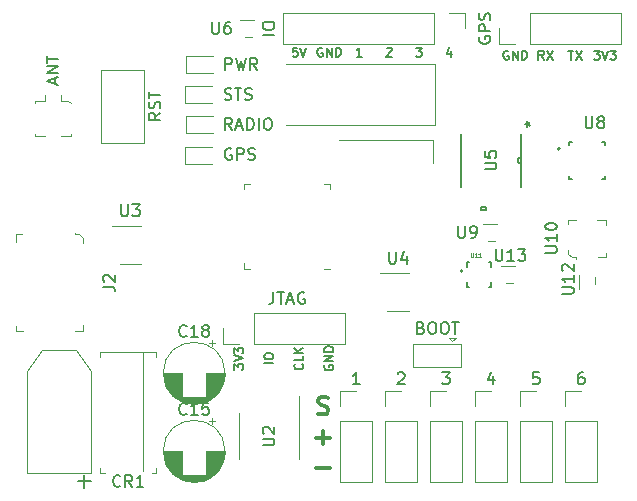
<source format=gbr>
G04 #@! TF.GenerationSoftware,KiCad,Pcbnew,(5.1.6)-1*
G04 #@! TF.CreationDate,2020-09-08T19:34:43-04:00*
G04 #@! TF.ProjectId,PayloadPrototypeBoard,5061796c-6f61-4645-9072-6f746f747970,rev?*
G04 #@! TF.SameCoordinates,Original*
G04 #@! TF.FileFunction,Legend,Top*
G04 #@! TF.FilePolarity,Positive*
%FSLAX46Y46*%
G04 Gerber Fmt 4.6, Leading zero omitted, Abs format (unit mm)*
G04 Created by KiCad (PCBNEW (5.1.6)-1) date 2020-09-08 19:34:43*
%MOMM*%
%LPD*%
G01*
G04 APERTURE LIST*
%ADD10C,0.152400*%
%ADD11C,0.300000*%
%ADD12C,0.120000*%
%ADD13C,0.100000*%
%ADD14C,0.200000*%
%ADD15C,0.127000*%
%ADD16C,0.150000*%
%ADD17C,0.015000*%
G04 APERTURE END LIST*
D10*
X45302714Y-90859428D02*
X45302714Y-90387714D01*
X45593000Y-90641714D01*
X45593000Y-90532857D01*
X45629285Y-90460285D01*
X45665571Y-90424000D01*
X45738142Y-90387714D01*
X45919571Y-90387714D01*
X45992142Y-90424000D01*
X46028428Y-90460285D01*
X46064714Y-90532857D01*
X46064714Y-90750571D01*
X46028428Y-90823142D01*
X45992142Y-90859428D01*
X45302714Y-90170000D02*
X46064714Y-89916000D01*
X45302714Y-89662000D01*
X45302714Y-89480571D02*
X45302714Y-89008857D01*
X45593000Y-89262857D01*
X45593000Y-89154000D01*
X45629285Y-89081428D01*
X45665571Y-89045142D01*
X45738142Y-89008857D01*
X45919571Y-89008857D01*
X45992142Y-89045142D01*
X46028428Y-89081428D01*
X46064714Y-89154000D01*
X46064714Y-89371714D01*
X46028428Y-89444285D01*
X45992142Y-89480571D01*
X48604714Y-90315142D02*
X47842714Y-90315142D01*
X47842714Y-89807142D02*
X47842714Y-89662000D01*
X47879000Y-89589428D01*
X47951571Y-89516857D01*
X48096714Y-89480571D01*
X48350714Y-89480571D01*
X48495857Y-89516857D01*
X48568428Y-89589428D01*
X48604714Y-89662000D01*
X48604714Y-89807142D01*
X48568428Y-89879714D01*
X48495857Y-89952285D01*
X48350714Y-89988571D01*
X48096714Y-89988571D01*
X47951571Y-89952285D01*
X47879000Y-89879714D01*
X47842714Y-89807142D01*
X51072142Y-90369571D02*
X51108428Y-90405857D01*
X51144714Y-90514714D01*
X51144714Y-90587285D01*
X51108428Y-90696142D01*
X51035857Y-90768714D01*
X50963285Y-90805000D01*
X50818142Y-90841285D01*
X50709285Y-90841285D01*
X50564142Y-90805000D01*
X50491571Y-90768714D01*
X50419000Y-90696142D01*
X50382714Y-90587285D01*
X50382714Y-90514714D01*
X50419000Y-90405857D01*
X50455285Y-90369571D01*
X51144714Y-89680142D02*
X51144714Y-90043000D01*
X50382714Y-90043000D01*
X51144714Y-89426142D02*
X50382714Y-89426142D01*
X51144714Y-88990714D02*
X50709285Y-89317285D01*
X50382714Y-88990714D02*
X50818142Y-89426142D01*
X52959000Y-90496571D02*
X52922714Y-90569142D01*
X52922714Y-90678000D01*
X52959000Y-90786857D01*
X53031571Y-90859428D01*
X53104142Y-90895714D01*
X53249285Y-90932000D01*
X53358142Y-90932000D01*
X53503285Y-90895714D01*
X53575857Y-90859428D01*
X53648428Y-90786857D01*
X53684714Y-90678000D01*
X53684714Y-90605428D01*
X53648428Y-90496571D01*
X53612142Y-90460285D01*
X53358142Y-90460285D01*
X53358142Y-90605428D01*
X53684714Y-90133714D02*
X52922714Y-90133714D01*
X53684714Y-89698285D01*
X52922714Y-89698285D01*
X53684714Y-89335428D02*
X52922714Y-89335428D01*
X52922714Y-89154000D01*
X52959000Y-89045142D01*
X53031571Y-88972571D01*
X53104142Y-88936285D01*
X53249285Y-88900000D01*
X53358142Y-88900000D01*
X53503285Y-88936285D01*
X53575857Y-88972571D01*
X53648428Y-89045142D01*
X53684714Y-89154000D01*
X53684714Y-89335428D01*
X63645142Y-63844714D02*
X63645142Y-64352714D01*
X63463714Y-63554428D02*
X63282285Y-64098714D01*
X63754000Y-64098714D01*
X60706000Y-63590714D02*
X61177714Y-63590714D01*
X60923714Y-63881000D01*
X61032571Y-63881000D01*
X61105142Y-63917285D01*
X61141428Y-63953571D01*
X61177714Y-64026142D01*
X61177714Y-64207571D01*
X61141428Y-64280142D01*
X61105142Y-64316428D01*
X61032571Y-64352714D01*
X60814857Y-64352714D01*
X60742285Y-64316428D01*
X60706000Y-64280142D01*
X58202285Y-63663285D02*
X58238571Y-63627000D01*
X58311142Y-63590714D01*
X58492571Y-63590714D01*
X58565142Y-63627000D01*
X58601428Y-63663285D01*
X58637714Y-63735857D01*
X58637714Y-63808428D01*
X58601428Y-63917285D01*
X58166000Y-64352714D01*
X58637714Y-64352714D01*
X56097714Y-64352714D02*
X55662285Y-64352714D01*
X55880000Y-64352714D02*
X55880000Y-63590714D01*
X55807428Y-63699571D01*
X55734857Y-63772142D01*
X55662285Y-63808428D01*
X52759428Y-63627000D02*
X52686857Y-63590714D01*
X52578000Y-63590714D01*
X52469142Y-63627000D01*
X52396571Y-63699571D01*
X52360285Y-63772142D01*
X52324000Y-63917285D01*
X52324000Y-64026142D01*
X52360285Y-64171285D01*
X52396571Y-64243857D01*
X52469142Y-64316428D01*
X52578000Y-64352714D01*
X52650571Y-64352714D01*
X52759428Y-64316428D01*
X52795714Y-64280142D01*
X52795714Y-64026142D01*
X52650571Y-64026142D01*
X53122285Y-64352714D02*
X53122285Y-63590714D01*
X53557714Y-64352714D01*
X53557714Y-63590714D01*
X53920571Y-64352714D02*
X53920571Y-63590714D01*
X54102000Y-63590714D01*
X54210857Y-63627000D01*
X54283428Y-63699571D01*
X54319714Y-63772142D01*
X54356000Y-63917285D01*
X54356000Y-64026142D01*
X54319714Y-64171285D01*
X54283428Y-64243857D01*
X54210857Y-64316428D01*
X54102000Y-64352714D01*
X53920571Y-64352714D01*
X50654857Y-63590714D02*
X50292000Y-63590714D01*
X50255714Y-63953571D01*
X50292000Y-63917285D01*
X50364571Y-63881000D01*
X50546000Y-63881000D01*
X50618571Y-63917285D01*
X50654857Y-63953571D01*
X50691142Y-64026142D01*
X50691142Y-64207571D01*
X50654857Y-64280142D01*
X50618571Y-64316428D01*
X50546000Y-64352714D01*
X50364571Y-64352714D01*
X50292000Y-64316428D01*
X50255714Y-64280142D01*
X50908857Y-63590714D02*
X51162857Y-64352714D01*
X51416857Y-63590714D01*
X68507428Y-63881000D02*
X68434857Y-63844714D01*
X68326000Y-63844714D01*
X68217142Y-63881000D01*
X68144571Y-63953571D01*
X68108285Y-64026142D01*
X68072000Y-64171285D01*
X68072000Y-64280142D01*
X68108285Y-64425285D01*
X68144571Y-64497857D01*
X68217142Y-64570428D01*
X68326000Y-64606714D01*
X68398571Y-64606714D01*
X68507428Y-64570428D01*
X68543714Y-64534142D01*
X68543714Y-64280142D01*
X68398571Y-64280142D01*
X68870285Y-64606714D02*
X68870285Y-63844714D01*
X69305714Y-64606714D01*
X69305714Y-63844714D01*
X69668571Y-64606714D02*
X69668571Y-63844714D01*
X69850000Y-63844714D01*
X69958857Y-63881000D01*
X70031428Y-63953571D01*
X70067714Y-64026142D01*
X70104000Y-64171285D01*
X70104000Y-64280142D01*
X70067714Y-64425285D01*
X70031428Y-64497857D01*
X69958857Y-64570428D01*
X69850000Y-64606714D01*
X69668571Y-64606714D01*
X71501000Y-64606714D02*
X71247000Y-64243857D01*
X71065571Y-64606714D02*
X71065571Y-63844714D01*
X71355857Y-63844714D01*
X71428428Y-63881000D01*
X71464714Y-63917285D01*
X71501000Y-63989857D01*
X71501000Y-64098714D01*
X71464714Y-64171285D01*
X71428428Y-64207571D01*
X71355857Y-64243857D01*
X71065571Y-64243857D01*
X71755000Y-63844714D02*
X72263000Y-64606714D01*
X72263000Y-63844714D02*
X71755000Y-64606714D01*
X73587428Y-63844714D02*
X74022857Y-63844714D01*
X73805142Y-64606714D02*
X73805142Y-63844714D01*
X74204285Y-63844714D02*
X74712285Y-64606714D01*
X74712285Y-63844714D02*
X74204285Y-64606714D01*
X75764571Y-63844714D02*
X76236285Y-63844714D01*
X75982285Y-64135000D01*
X76091142Y-64135000D01*
X76163714Y-64171285D01*
X76200000Y-64207571D01*
X76236285Y-64280142D01*
X76236285Y-64461571D01*
X76200000Y-64534142D01*
X76163714Y-64570428D01*
X76091142Y-64606714D01*
X75873428Y-64606714D01*
X75800857Y-64570428D01*
X75764571Y-64534142D01*
X76454000Y-63844714D02*
X76708000Y-64606714D01*
X76962000Y-63844714D01*
X77143428Y-63844714D02*
X77615142Y-63844714D01*
X77361142Y-64135000D01*
X77470000Y-64135000D01*
X77542571Y-64171285D01*
X77578857Y-64207571D01*
X77615142Y-64280142D01*
X77615142Y-64461571D01*
X77578857Y-64534142D01*
X77542571Y-64570428D01*
X77470000Y-64606714D01*
X77252285Y-64606714D01*
X77179714Y-64570428D01*
X77143428Y-64534142D01*
D11*
X52260571Y-99167142D02*
X53403428Y-99167142D01*
X52260571Y-96627142D02*
X53403428Y-96627142D01*
X52832000Y-97198571D02*
X52832000Y-96055714D01*
X52403428Y-94587142D02*
X52617714Y-94658571D01*
X52974857Y-94658571D01*
X53117714Y-94587142D01*
X53189142Y-94515714D01*
X53260571Y-94372857D01*
X53260571Y-94230000D01*
X53189142Y-94087142D01*
X53117714Y-94015714D01*
X52974857Y-93944285D01*
X52689142Y-93872857D01*
X52546285Y-93801428D01*
X52474857Y-93730000D01*
X52403428Y-93587142D01*
X52403428Y-93444285D01*
X52474857Y-93301428D01*
X52546285Y-93230000D01*
X52689142Y-93158571D01*
X53046285Y-93158571D01*
X53260571Y-93230000D01*
D12*
X44530000Y-97774000D02*
G75*
G03*
X44530000Y-97774000I-2620000J0D01*
G01*
X40870000Y-97774000D02*
X39330000Y-97774000D01*
X44490000Y-97774000D02*
X42950000Y-97774000D01*
X40870000Y-97814000D02*
X39330000Y-97814000D01*
X44490000Y-97814000D02*
X42950000Y-97814000D01*
X44489000Y-97854000D02*
X42950000Y-97854000D01*
X40870000Y-97854000D02*
X39331000Y-97854000D01*
X44488000Y-97894000D02*
X42950000Y-97894000D01*
X40870000Y-97894000D02*
X39332000Y-97894000D01*
X44486000Y-97934000D02*
X42950000Y-97934000D01*
X40870000Y-97934000D02*
X39334000Y-97934000D01*
X44483000Y-97974000D02*
X42950000Y-97974000D01*
X40870000Y-97974000D02*
X39337000Y-97974000D01*
X44479000Y-98014000D02*
X42950000Y-98014000D01*
X40870000Y-98014000D02*
X39341000Y-98014000D01*
X44475000Y-98054000D02*
X42950000Y-98054000D01*
X40870000Y-98054000D02*
X39345000Y-98054000D01*
X44471000Y-98094000D02*
X42950000Y-98094000D01*
X40870000Y-98094000D02*
X39349000Y-98094000D01*
X44466000Y-98134000D02*
X42950000Y-98134000D01*
X40870000Y-98134000D02*
X39354000Y-98134000D01*
X44460000Y-98174000D02*
X42950000Y-98174000D01*
X40870000Y-98174000D02*
X39360000Y-98174000D01*
X44453000Y-98214000D02*
X42950000Y-98214000D01*
X40870000Y-98214000D02*
X39367000Y-98214000D01*
X44446000Y-98254000D02*
X42950000Y-98254000D01*
X40870000Y-98254000D02*
X39374000Y-98254000D01*
X44438000Y-98294000D02*
X42950000Y-98294000D01*
X40870000Y-98294000D02*
X39382000Y-98294000D01*
X44430000Y-98334000D02*
X42950000Y-98334000D01*
X40870000Y-98334000D02*
X39390000Y-98334000D01*
X44421000Y-98374000D02*
X42950000Y-98374000D01*
X40870000Y-98374000D02*
X39399000Y-98374000D01*
X44411000Y-98414000D02*
X42950000Y-98414000D01*
X40870000Y-98414000D02*
X39409000Y-98414000D01*
X44401000Y-98454000D02*
X42950000Y-98454000D01*
X40870000Y-98454000D02*
X39419000Y-98454000D01*
X44390000Y-98495000D02*
X42950000Y-98495000D01*
X40870000Y-98495000D02*
X39430000Y-98495000D01*
X44378000Y-98535000D02*
X42950000Y-98535000D01*
X40870000Y-98535000D02*
X39442000Y-98535000D01*
X44365000Y-98575000D02*
X42950000Y-98575000D01*
X40870000Y-98575000D02*
X39455000Y-98575000D01*
X44352000Y-98615000D02*
X42950000Y-98615000D01*
X40870000Y-98615000D02*
X39468000Y-98615000D01*
X44338000Y-98655000D02*
X42950000Y-98655000D01*
X40870000Y-98655000D02*
X39482000Y-98655000D01*
X44324000Y-98695000D02*
X42950000Y-98695000D01*
X40870000Y-98695000D02*
X39496000Y-98695000D01*
X44308000Y-98735000D02*
X42950000Y-98735000D01*
X40870000Y-98735000D02*
X39512000Y-98735000D01*
X44292000Y-98775000D02*
X42950000Y-98775000D01*
X40870000Y-98775000D02*
X39528000Y-98775000D01*
X44275000Y-98815000D02*
X42950000Y-98815000D01*
X40870000Y-98815000D02*
X39545000Y-98815000D01*
X44258000Y-98855000D02*
X42950000Y-98855000D01*
X40870000Y-98855000D02*
X39562000Y-98855000D01*
X44239000Y-98895000D02*
X42950000Y-98895000D01*
X40870000Y-98895000D02*
X39581000Y-98895000D01*
X44220000Y-98935000D02*
X42950000Y-98935000D01*
X40870000Y-98935000D02*
X39600000Y-98935000D01*
X44200000Y-98975000D02*
X42950000Y-98975000D01*
X40870000Y-98975000D02*
X39620000Y-98975000D01*
X44178000Y-99015000D02*
X42950000Y-99015000D01*
X40870000Y-99015000D02*
X39642000Y-99015000D01*
X44157000Y-99055000D02*
X42950000Y-99055000D01*
X40870000Y-99055000D02*
X39663000Y-99055000D01*
X44134000Y-99095000D02*
X42950000Y-99095000D01*
X40870000Y-99095000D02*
X39686000Y-99095000D01*
X44110000Y-99135000D02*
X42950000Y-99135000D01*
X40870000Y-99135000D02*
X39710000Y-99135000D01*
X44085000Y-99175000D02*
X42950000Y-99175000D01*
X40870000Y-99175000D02*
X39735000Y-99175000D01*
X44059000Y-99215000D02*
X42950000Y-99215000D01*
X40870000Y-99215000D02*
X39761000Y-99215000D01*
X44032000Y-99255000D02*
X42950000Y-99255000D01*
X40870000Y-99255000D02*
X39788000Y-99255000D01*
X44005000Y-99295000D02*
X42950000Y-99295000D01*
X40870000Y-99295000D02*
X39815000Y-99295000D01*
X43975000Y-99335000D02*
X42950000Y-99335000D01*
X40870000Y-99335000D02*
X39845000Y-99335000D01*
X43945000Y-99375000D02*
X42950000Y-99375000D01*
X40870000Y-99375000D02*
X39875000Y-99375000D01*
X43914000Y-99415000D02*
X42950000Y-99415000D01*
X40870000Y-99415000D02*
X39906000Y-99415000D01*
X43881000Y-99455000D02*
X42950000Y-99455000D01*
X40870000Y-99455000D02*
X39939000Y-99455000D01*
X43847000Y-99495000D02*
X42950000Y-99495000D01*
X40870000Y-99495000D02*
X39973000Y-99495000D01*
X43811000Y-99535000D02*
X42950000Y-99535000D01*
X40870000Y-99535000D02*
X40009000Y-99535000D01*
X43774000Y-99575000D02*
X42950000Y-99575000D01*
X40870000Y-99575000D02*
X40046000Y-99575000D01*
X43736000Y-99615000D02*
X42950000Y-99615000D01*
X40870000Y-99615000D02*
X40084000Y-99615000D01*
X43695000Y-99655000D02*
X42950000Y-99655000D01*
X40870000Y-99655000D02*
X40125000Y-99655000D01*
X43653000Y-99695000D02*
X42950000Y-99695000D01*
X40870000Y-99695000D02*
X40167000Y-99695000D01*
X43609000Y-99735000D02*
X42950000Y-99735000D01*
X40870000Y-99735000D02*
X40211000Y-99735000D01*
X43563000Y-99775000D02*
X42950000Y-99775000D01*
X40870000Y-99775000D02*
X40257000Y-99775000D01*
X43515000Y-99815000D02*
X40305000Y-99815000D01*
X43464000Y-99855000D02*
X40356000Y-99855000D01*
X43410000Y-99895000D02*
X40410000Y-99895000D01*
X43353000Y-99935000D02*
X40467000Y-99935000D01*
X43293000Y-99975000D02*
X40527000Y-99975000D01*
X43229000Y-100015000D02*
X40591000Y-100015000D01*
X43161000Y-100055000D02*
X40659000Y-100055000D01*
X43088000Y-100095000D02*
X40732000Y-100095000D01*
X43008000Y-100135000D02*
X40812000Y-100135000D01*
X42921000Y-100175000D02*
X40899000Y-100175000D01*
X42825000Y-100215000D02*
X40995000Y-100215000D01*
X42715000Y-100255000D02*
X41105000Y-100255000D01*
X42587000Y-100295000D02*
X41233000Y-100295000D01*
X42428000Y-100335000D02*
X41392000Y-100335000D01*
X42194000Y-100375000D02*
X41626000Y-100375000D01*
X43385000Y-94969225D02*
X43385000Y-95469225D01*
X43635000Y-95219225D02*
X43135000Y-95219225D01*
X43635000Y-88615225D02*
X43135000Y-88615225D01*
X43385000Y-88365225D02*
X43385000Y-88865225D01*
X42194000Y-93771000D02*
X41626000Y-93771000D01*
X42428000Y-93731000D02*
X41392000Y-93731000D01*
X42587000Y-93691000D02*
X41233000Y-93691000D01*
X42715000Y-93651000D02*
X41105000Y-93651000D01*
X42825000Y-93611000D02*
X40995000Y-93611000D01*
X42921000Y-93571000D02*
X40899000Y-93571000D01*
X43008000Y-93531000D02*
X40812000Y-93531000D01*
X43088000Y-93491000D02*
X40732000Y-93491000D01*
X43161000Y-93451000D02*
X40659000Y-93451000D01*
X43229000Y-93411000D02*
X40591000Y-93411000D01*
X43293000Y-93371000D02*
X40527000Y-93371000D01*
X43353000Y-93331000D02*
X40467000Y-93331000D01*
X43410000Y-93291000D02*
X40410000Y-93291000D01*
X43464000Y-93251000D02*
X40356000Y-93251000D01*
X43515000Y-93211000D02*
X40305000Y-93211000D01*
X40870000Y-93171000D02*
X40257000Y-93171000D01*
X43563000Y-93171000D02*
X42950000Y-93171000D01*
X40870000Y-93131000D02*
X40211000Y-93131000D01*
X43609000Y-93131000D02*
X42950000Y-93131000D01*
X40870000Y-93091000D02*
X40167000Y-93091000D01*
X43653000Y-93091000D02*
X42950000Y-93091000D01*
X40870000Y-93051000D02*
X40125000Y-93051000D01*
X43695000Y-93051000D02*
X42950000Y-93051000D01*
X40870000Y-93011000D02*
X40084000Y-93011000D01*
X43736000Y-93011000D02*
X42950000Y-93011000D01*
X40870000Y-92971000D02*
X40046000Y-92971000D01*
X43774000Y-92971000D02*
X42950000Y-92971000D01*
X40870000Y-92931000D02*
X40009000Y-92931000D01*
X43811000Y-92931000D02*
X42950000Y-92931000D01*
X40870000Y-92891000D02*
X39973000Y-92891000D01*
X43847000Y-92891000D02*
X42950000Y-92891000D01*
X40870000Y-92851000D02*
X39939000Y-92851000D01*
X43881000Y-92851000D02*
X42950000Y-92851000D01*
X40870000Y-92811000D02*
X39906000Y-92811000D01*
X43914000Y-92811000D02*
X42950000Y-92811000D01*
X40870000Y-92771000D02*
X39875000Y-92771000D01*
X43945000Y-92771000D02*
X42950000Y-92771000D01*
X40870000Y-92731000D02*
X39845000Y-92731000D01*
X43975000Y-92731000D02*
X42950000Y-92731000D01*
X40870000Y-92691000D02*
X39815000Y-92691000D01*
X44005000Y-92691000D02*
X42950000Y-92691000D01*
X40870000Y-92651000D02*
X39788000Y-92651000D01*
X44032000Y-92651000D02*
X42950000Y-92651000D01*
X40870000Y-92611000D02*
X39761000Y-92611000D01*
X44059000Y-92611000D02*
X42950000Y-92611000D01*
X40870000Y-92571000D02*
X39735000Y-92571000D01*
X44085000Y-92571000D02*
X42950000Y-92571000D01*
X40870000Y-92531000D02*
X39710000Y-92531000D01*
X44110000Y-92531000D02*
X42950000Y-92531000D01*
X40870000Y-92491000D02*
X39686000Y-92491000D01*
X44134000Y-92491000D02*
X42950000Y-92491000D01*
X40870000Y-92451000D02*
X39663000Y-92451000D01*
X44157000Y-92451000D02*
X42950000Y-92451000D01*
X40870000Y-92411000D02*
X39642000Y-92411000D01*
X44178000Y-92411000D02*
X42950000Y-92411000D01*
X40870000Y-92371000D02*
X39620000Y-92371000D01*
X44200000Y-92371000D02*
X42950000Y-92371000D01*
X40870000Y-92331000D02*
X39600000Y-92331000D01*
X44220000Y-92331000D02*
X42950000Y-92331000D01*
X40870000Y-92291000D02*
X39581000Y-92291000D01*
X44239000Y-92291000D02*
X42950000Y-92291000D01*
X40870000Y-92251000D02*
X39562000Y-92251000D01*
X44258000Y-92251000D02*
X42950000Y-92251000D01*
X40870000Y-92211000D02*
X39545000Y-92211000D01*
X44275000Y-92211000D02*
X42950000Y-92211000D01*
X40870000Y-92171000D02*
X39528000Y-92171000D01*
X44292000Y-92171000D02*
X42950000Y-92171000D01*
X40870000Y-92131000D02*
X39512000Y-92131000D01*
X44308000Y-92131000D02*
X42950000Y-92131000D01*
X40870000Y-92091000D02*
X39496000Y-92091000D01*
X44324000Y-92091000D02*
X42950000Y-92091000D01*
X40870000Y-92051000D02*
X39482000Y-92051000D01*
X44338000Y-92051000D02*
X42950000Y-92051000D01*
X40870000Y-92011000D02*
X39468000Y-92011000D01*
X44352000Y-92011000D02*
X42950000Y-92011000D01*
X40870000Y-91971000D02*
X39455000Y-91971000D01*
X44365000Y-91971000D02*
X42950000Y-91971000D01*
X40870000Y-91931000D02*
X39442000Y-91931000D01*
X44378000Y-91931000D02*
X42950000Y-91931000D01*
X40870000Y-91891000D02*
X39430000Y-91891000D01*
X44390000Y-91891000D02*
X42950000Y-91891000D01*
X40870000Y-91850000D02*
X39419000Y-91850000D01*
X44401000Y-91850000D02*
X42950000Y-91850000D01*
X40870000Y-91810000D02*
X39409000Y-91810000D01*
X44411000Y-91810000D02*
X42950000Y-91810000D01*
X40870000Y-91770000D02*
X39399000Y-91770000D01*
X44421000Y-91770000D02*
X42950000Y-91770000D01*
X40870000Y-91730000D02*
X39390000Y-91730000D01*
X44430000Y-91730000D02*
X42950000Y-91730000D01*
X40870000Y-91690000D02*
X39382000Y-91690000D01*
X44438000Y-91690000D02*
X42950000Y-91690000D01*
X40870000Y-91650000D02*
X39374000Y-91650000D01*
X44446000Y-91650000D02*
X42950000Y-91650000D01*
X40870000Y-91610000D02*
X39367000Y-91610000D01*
X44453000Y-91610000D02*
X42950000Y-91610000D01*
X40870000Y-91570000D02*
X39360000Y-91570000D01*
X44460000Y-91570000D02*
X42950000Y-91570000D01*
X40870000Y-91530000D02*
X39354000Y-91530000D01*
X44466000Y-91530000D02*
X42950000Y-91530000D01*
X40870000Y-91490000D02*
X39349000Y-91490000D01*
X44471000Y-91490000D02*
X42950000Y-91490000D01*
X40870000Y-91450000D02*
X39345000Y-91450000D01*
X44475000Y-91450000D02*
X42950000Y-91450000D01*
X40870000Y-91410000D02*
X39341000Y-91410000D01*
X44479000Y-91410000D02*
X42950000Y-91410000D01*
X40870000Y-91370000D02*
X39337000Y-91370000D01*
X44483000Y-91370000D02*
X42950000Y-91370000D01*
X40870000Y-91330000D02*
X39334000Y-91330000D01*
X44486000Y-91330000D02*
X42950000Y-91330000D01*
X40870000Y-91290000D02*
X39332000Y-91290000D01*
X44488000Y-91290000D02*
X42950000Y-91290000D01*
X40870000Y-91250000D02*
X39331000Y-91250000D01*
X44489000Y-91250000D02*
X42950000Y-91250000D01*
X44490000Y-91210000D02*
X42950000Y-91210000D01*
X40870000Y-91210000D02*
X39330000Y-91210000D01*
X44490000Y-91170000D02*
X42950000Y-91170000D01*
X40870000Y-91170000D02*
X39330000Y-91170000D01*
X44530000Y-91170000D02*
G75*
G03*
X44530000Y-91170000I-2620000J0D01*
G01*
X43472000Y-64289000D02*
X41187000Y-64289000D01*
X41187000Y-64289000D02*
X41187000Y-65759000D01*
X41187000Y-65759000D02*
X43472000Y-65759000D01*
X41145200Y-73454400D02*
X43430200Y-73454400D01*
X41145200Y-71984400D02*
X41145200Y-73454400D01*
X43430200Y-71984400D02*
X41145200Y-71984400D01*
X43472000Y-69369000D02*
X41187000Y-69369000D01*
X41187000Y-69369000D02*
X41187000Y-70839000D01*
X41187000Y-70839000D02*
X43472000Y-70839000D01*
X41145200Y-68299000D02*
X43430200Y-68299000D01*
X41145200Y-66829000D02*
X41145200Y-68299000D01*
X43430200Y-66829000D02*
X41145200Y-66829000D01*
X54670000Y-88706000D02*
X54670000Y-86046000D01*
X46990000Y-88706000D02*
X54670000Y-88706000D01*
X46990000Y-86046000D02*
X54670000Y-86046000D01*
X46990000Y-88706000D02*
X46990000Y-86046000D01*
X45720000Y-88706000D02*
X44390000Y-88706000D01*
X44390000Y-88706000D02*
X44390000Y-87376000D01*
X54296000Y-100390000D02*
X56956000Y-100390000D01*
X54296000Y-95250000D02*
X54296000Y-100390000D01*
X56956000Y-95250000D02*
X56956000Y-100390000D01*
X54296000Y-95250000D02*
X56956000Y-95250000D01*
X54296000Y-93980000D02*
X54296000Y-92650000D01*
X54296000Y-92650000D02*
X55626000Y-92650000D01*
X58106000Y-92650000D02*
X59436000Y-92650000D01*
X58106000Y-93980000D02*
X58106000Y-92650000D01*
X58106000Y-95250000D02*
X60766000Y-95250000D01*
X60766000Y-95250000D02*
X60766000Y-100390000D01*
X58106000Y-95250000D02*
X58106000Y-100390000D01*
X58106000Y-100390000D02*
X60766000Y-100390000D01*
X61916000Y-100390000D02*
X64576000Y-100390000D01*
X61916000Y-95250000D02*
X61916000Y-100390000D01*
X64576000Y-95250000D02*
X64576000Y-100390000D01*
X61916000Y-95250000D02*
X64576000Y-95250000D01*
X61916000Y-93980000D02*
X61916000Y-92650000D01*
X61916000Y-92650000D02*
X63246000Y-92650000D01*
X65726000Y-92650000D02*
X67056000Y-92650000D01*
X65726000Y-93980000D02*
X65726000Y-92650000D01*
X65726000Y-95250000D02*
X68386000Y-95250000D01*
X68386000Y-95250000D02*
X68386000Y-100390000D01*
X65726000Y-95250000D02*
X65726000Y-100390000D01*
X65726000Y-100390000D02*
X68386000Y-100390000D01*
X69536000Y-92650000D02*
X70866000Y-92650000D01*
X69536000Y-93980000D02*
X69536000Y-92650000D01*
X69536000Y-95250000D02*
X72196000Y-95250000D01*
X72196000Y-95250000D02*
X72196000Y-100390000D01*
X69536000Y-95250000D02*
X69536000Y-100390000D01*
X69536000Y-100390000D02*
X72196000Y-100390000D01*
X73346000Y-100390000D02*
X76006000Y-100390000D01*
X73346000Y-95250000D02*
X73346000Y-100390000D01*
X76006000Y-95250000D02*
X76006000Y-100390000D01*
X73346000Y-95250000D02*
X76006000Y-95250000D01*
X73346000Y-93980000D02*
X73346000Y-92650000D01*
X73346000Y-92650000D02*
X74676000Y-92650000D01*
X64830000Y-60646000D02*
X64830000Y-61976000D01*
X63500000Y-60646000D02*
X64830000Y-60646000D01*
X62230000Y-60646000D02*
X62230000Y-63306000D01*
X62230000Y-63306000D02*
X49470000Y-63306000D01*
X62230000Y-60646000D02*
X49470000Y-60646000D01*
X49470000Y-60646000D02*
X49470000Y-63306000D01*
X31472000Y-71096000D02*
X30672000Y-71096000D01*
X31472000Y-70896000D02*
X31472000Y-71096000D01*
X28472000Y-71096000D02*
X28472000Y-70896000D01*
X29272000Y-71096000D02*
X28472000Y-71096000D01*
X28472000Y-68096000D02*
X29272000Y-68096000D01*
X28472000Y-68296000D02*
X28472000Y-68096000D01*
X31272000Y-68096000D02*
X31472000Y-68296000D01*
X30672000Y-68096000D02*
X31272000Y-68096000D01*
X30672000Y-68096000D02*
X30672000Y-67596000D01*
X29272000Y-68096000D02*
X29272000Y-67596000D01*
X67758000Y-63306000D02*
X67758000Y-61976000D01*
X69088000Y-63306000D02*
X67758000Y-63306000D01*
X70358000Y-63306000D02*
X70358000Y-60646000D01*
X70358000Y-60646000D02*
X78038000Y-60646000D01*
X70358000Y-63306000D02*
X78038000Y-63306000D01*
X78038000Y-63306000D02*
X78038000Y-60646000D01*
X64534000Y-90662000D02*
X60434000Y-90662000D01*
X60434000Y-90662000D02*
X60434000Y-88662000D01*
X60434000Y-88662000D02*
X64534000Y-88662000D01*
X64534000Y-88662000D02*
X64534000Y-90662000D01*
X63784000Y-88462000D02*
X64084000Y-88162000D01*
X64084000Y-88162000D02*
X63484000Y-88162000D01*
X63784000Y-88462000D02*
X63484000Y-88162000D01*
X37624000Y-71640000D02*
X34004000Y-71640000D01*
X37624000Y-65520000D02*
X37624000Y-71640000D01*
X34004000Y-65520000D02*
X37624000Y-65520000D01*
X34004000Y-71640000D02*
X34004000Y-65520000D01*
X52919000Y-82350000D02*
X53394000Y-82350000D01*
X46174000Y-75130000D02*
X46174000Y-75605000D01*
X46649000Y-75130000D02*
X46174000Y-75130000D01*
X53394000Y-75130000D02*
X53394000Y-75605000D01*
X52919000Y-75130000D02*
X53394000Y-75130000D01*
X46174000Y-82350000D02*
X46174000Y-81875000D01*
X46649000Y-82350000D02*
X46174000Y-82350000D01*
X50820000Y-96520000D02*
X50820000Y-93070000D01*
X50820000Y-96520000D02*
X50820000Y-98470000D01*
X45700000Y-96520000D02*
X45700000Y-94570000D01*
X45700000Y-96520000D02*
X45700000Y-98470000D01*
X37392000Y-78720000D02*
X34942000Y-78720000D01*
X35592000Y-81940000D02*
X37392000Y-81940000D01*
X58282000Y-85938000D02*
X60082000Y-85938000D01*
X60082000Y-82718000D02*
X57632000Y-82718000D01*
X46982000Y-61276000D02*
X45782000Y-61276000D01*
X45782000Y-61276000D02*
X45782000Y-61276000D01*
X46782000Y-62676000D02*
X46182000Y-62676000D01*
X67356000Y-79948000D02*
X66756000Y-79948000D01*
X66356000Y-78548000D02*
X66356000Y-78548000D01*
X67556000Y-78548000D02*
X66356000Y-78548000D01*
D13*
X74284000Y-81356000D02*
X74284000Y-81456000D01*
X73884000Y-81356000D02*
X74284000Y-81356000D01*
X73584000Y-81056000D02*
X73884000Y-81356000D01*
X73584000Y-80756000D02*
X73584000Y-81056000D01*
X73584000Y-78156000D02*
X74284000Y-78156000D01*
X73584000Y-78556000D02*
X73584000Y-78156000D01*
X76784000Y-78156000D02*
X75984000Y-78156000D01*
X76784000Y-78656000D02*
X76784000Y-78156000D01*
X76784000Y-81356000D02*
X76784000Y-80956000D01*
X76084000Y-81356000D02*
X76784000Y-81356000D01*
D14*
X64640000Y-82504000D02*
G75*
G03*
X64640000Y-82504000I-100000J0D01*
G01*
D15*
X67070000Y-83834000D02*
X67070000Y-83434000D01*
X66890000Y-83834000D02*
X67070000Y-83834000D01*
X67070000Y-81774000D02*
X67070000Y-82174000D01*
X66890000Y-81774000D02*
X67070000Y-81774000D01*
X65010000Y-81774000D02*
X65190000Y-81774000D01*
X65010000Y-82174000D02*
X65010000Y-81774000D01*
X65010000Y-83834000D02*
X65010000Y-83434000D01*
X65190000Y-83834000D02*
X65010000Y-83834000D01*
D12*
X74484000Y-82812000D02*
X74484000Y-84012000D01*
X74484000Y-84012000D02*
X74484000Y-84012000D01*
X75884000Y-83012000D02*
X75884000Y-83612000D01*
X68880000Y-83504000D02*
X68280000Y-83504000D01*
X67880000Y-82104000D02*
X67880000Y-82104000D01*
X69080000Y-82104000D02*
X67880000Y-82104000D01*
X62326000Y-65014000D02*
X49726000Y-65014000D01*
X62326000Y-70114000D02*
X62326000Y-65014000D01*
X49726000Y-70114000D02*
X62326000Y-70114000D01*
X62116000Y-71440000D02*
X54216000Y-71440000D01*
X62116000Y-73340000D02*
X62116000Y-71440000D01*
D10*
X66596501Y-77063600D02*
X66596501Y-77317600D01*
X66215501Y-77063600D02*
X66596501Y-77063600D01*
X66215501Y-77317600D02*
X66215501Y-77063600D01*
X66596501Y-77317600D02*
X66215501Y-77317600D01*
X69608700Y-75399900D02*
X69608700Y-70904100D01*
X64503300Y-70904100D02*
X64503300Y-75399900D01*
X69608700Y-72847200D02*
G75*
G03*
X69608700Y-73456800I0J-304800D01*
G01*
D13*
X37612000Y-89388000D02*
X37612000Y-99488000D01*
X33922000Y-99588000D02*
X34322000Y-99588000D01*
X33922000Y-99588000D02*
X33922000Y-99188000D01*
X33922000Y-89388000D02*
X38322000Y-89388000D01*
X33922000Y-89388000D02*
X33922000Y-89788000D01*
X38722000Y-89388000D02*
X38322000Y-89388000D01*
X38722000Y-89388000D02*
X38722000Y-89788000D01*
X38722000Y-99188000D02*
X38722000Y-99588000D01*
X38722000Y-99588000D02*
X38322000Y-99588000D01*
D15*
X73884000Y-71602000D02*
X73634000Y-71602000D01*
X73634000Y-71602000D02*
X73634000Y-71852000D01*
X76484000Y-71602000D02*
X76734000Y-71602000D01*
X76734000Y-71602000D02*
X76734000Y-71852000D01*
X76734000Y-74452000D02*
X76734000Y-74702000D01*
X76734000Y-74702000D02*
X76484000Y-74702000D01*
X73634000Y-74452000D02*
X73634000Y-74702000D01*
X73634000Y-74702000D02*
X73884000Y-74702000D01*
D14*
X72884000Y-72152000D02*
G75*
G03*
X72884000Y-72152000I-100000J0D01*
G01*
D12*
X33190000Y-90938000D02*
X33190000Y-99658000D01*
X33190000Y-99658000D02*
X27770000Y-99658000D01*
X27770000Y-90938000D02*
X27770000Y-99658000D01*
X31890000Y-89238000D02*
X33190000Y-90938000D01*
X29070000Y-89238000D02*
X27770000Y-90938000D01*
X31890000Y-89238000D02*
X29070000Y-89238000D01*
D13*
X31858000Y-79410000D02*
X31858000Y-79260000D01*
X32158000Y-79410000D02*
X31858000Y-79410000D01*
X32508000Y-79710000D02*
X32158000Y-79410000D01*
X32508000Y-80160000D02*
X32508000Y-79710000D01*
X32508000Y-87610000D02*
X31808000Y-87610000D01*
X32508000Y-87110000D02*
X32508000Y-87610000D01*
X26808000Y-87610000D02*
X26808000Y-87210000D01*
X27408000Y-87610000D02*
X26808000Y-87610000D01*
X26808000Y-79410000D02*
X26808000Y-80060000D01*
X27358000Y-79410000D02*
X26808000Y-79410000D01*
D16*
X41267142Y-94591142D02*
X41219523Y-94638761D01*
X41076666Y-94686380D01*
X40981428Y-94686380D01*
X40838571Y-94638761D01*
X40743333Y-94543523D01*
X40695714Y-94448285D01*
X40648095Y-94257809D01*
X40648095Y-94114952D01*
X40695714Y-93924476D01*
X40743333Y-93829238D01*
X40838571Y-93734000D01*
X40981428Y-93686380D01*
X41076666Y-93686380D01*
X41219523Y-93734000D01*
X41267142Y-93781619D01*
X42219523Y-94686380D02*
X41648095Y-94686380D01*
X41933809Y-94686380D02*
X41933809Y-93686380D01*
X41838571Y-93829238D01*
X41743333Y-93924476D01*
X41648095Y-93972095D01*
X43124285Y-93686380D02*
X42648095Y-93686380D01*
X42600476Y-94162571D01*
X42648095Y-94114952D01*
X42743333Y-94067333D01*
X42981428Y-94067333D01*
X43076666Y-94114952D01*
X43124285Y-94162571D01*
X43171904Y-94257809D01*
X43171904Y-94495904D01*
X43124285Y-94591142D01*
X43076666Y-94638761D01*
X42981428Y-94686380D01*
X42743333Y-94686380D01*
X42648095Y-94638761D01*
X42600476Y-94591142D01*
X41267142Y-87987142D02*
X41219523Y-88034761D01*
X41076666Y-88082380D01*
X40981428Y-88082380D01*
X40838571Y-88034761D01*
X40743333Y-87939523D01*
X40695714Y-87844285D01*
X40648095Y-87653809D01*
X40648095Y-87510952D01*
X40695714Y-87320476D01*
X40743333Y-87225238D01*
X40838571Y-87130000D01*
X40981428Y-87082380D01*
X41076666Y-87082380D01*
X41219523Y-87130000D01*
X41267142Y-87177619D01*
X42219523Y-88082380D02*
X41648095Y-88082380D01*
X41933809Y-88082380D02*
X41933809Y-87082380D01*
X41838571Y-87225238D01*
X41743333Y-87320476D01*
X41648095Y-87368095D01*
X42790952Y-87510952D02*
X42695714Y-87463333D01*
X42648095Y-87415714D01*
X42600476Y-87320476D01*
X42600476Y-87272857D01*
X42648095Y-87177619D01*
X42695714Y-87130000D01*
X42790952Y-87082380D01*
X42981428Y-87082380D01*
X43076666Y-87130000D01*
X43124285Y-87177619D01*
X43171904Y-87272857D01*
X43171904Y-87320476D01*
X43124285Y-87415714D01*
X43076666Y-87463333D01*
X42981428Y-87510952D01*
X42790952Y-87510952D01*
X42695714Y-87558571D01*
X42648095Y-87606190D01*
X42600476Y-87701428D01*
X42600476Y-87891904D01*
X42648095Y-87987142D01*
X42695714Y-88034761D01*
X42790952Y-88082380D01*
X42981428Y-88082380D01*
X43076666Y-88034761D01*
X43124285Y-87987142D01*
X43171904Y-87891904D01*
X43171904Y-87701428D01*
X43124285Y-87606190D01*
X43076666Y-87558571D01*
X42981428Y-87510952D01*
X44531595Y-65476380D02*
X44531595Y-64476380D01*
X44912547Y-64476380D01*
X45007785Y-64524000D01*
X45055404Y-64571619D01*
X45103023Y-64666857D01*
X45103023Y-64809714D01*
X45055404Y-64904952D01*
X45007785Y-64952571D01*
X44912547Y-65000190D01*
X44531595Y-65000190D01*
X45436357Y-64476380D02*
X45674452Y-65476380D01*
X45864928Y-64762095D01*
X46055404Y-65476380D01*
X46293500Y-64476380D01*
X47245880Y-65476380D02*
X46912547Y-65000190D01*
X46674452Y-65476380D02*
X46674452Y-64476380D01*
X47055404Y-64476380D01*
X47150642Y-64524000D01*
X47198261Y-64571619D01*
X47245880Y-64666857D01*
X47245880Y-64809714D01*
X47198261Y-64904952D01*
X47150642Y-64952571D01*
X47055404Y-65000190D01*
X46674452Y-65000190D01*
X45055403Y-72143999D02*
X44960165Y-72096379D01*
X44817308Y-72096379D01*
X44674451Y-72143999D01*
X44579213Y-72239237D01*
X44531594Y-72334475D01*
X44483975Y-72524951D01*
X44483975Y-72667808D01*
X44531594Y-72858284D01*
X44579213Y-72953522D01*
X44674451Y-73048760D01*
X44817308Y-73096379D01*
X44912546Y-73096379D01*
X45055403Y-73048760D01*
X45103022Y-73001141D01*
X45103022Y-72667808D01*
X44912546Y-72667808D01*
X45531594Y-73096379D02*
X45531594Y-72096379D01*
X45912546Y-72096379D01*
X46007784Y-72143999D01*
X46055403Y-72191618D01*
X46103022Y-72286856D01*
X46103022Y-72429713D01*
X46055403Y-72524951D01*
X46007784Y-72572570D01*
X45912546Y-72620189D01*
X45531594Y-72620189D01*
X46483975Y-73048760D02*
X46626832Y-73096379D01*
X46864927Y-73096379D01*
X46960165Y-73048760D01*
X47007784Y-73001141D01*
X47055403Y-72905903D01*
X47055403Y-72810665D01*
X47007784Y-72715427D01*
X46960165Y-72667808D01*
X46864927Y-72620189D01*
X46674451Y-72572570D01*
X46579213Y-72524951D01*
X46531594Y-72477332D01*
X46483975Y-72382094D01*
X46483975Y-72286856D01*
X46531594Y-72191618D01*
X46579213Y-72143999D01*
X46674451Y-72096379D01*
X46912546Y-72096379D01*
X47055403Y-72143999D01*
X45103023Y-70556380D02*
X44769690Y-70080190D01*
X44531595Y-70556380D02*
X44531595Y-69556380D01*
X44912547Y-69556380D01*
X45007785Y-69604000D01*
X45055404Y-69651619D01*
X45103023Y-69746857D01*
X45103023Y-69889714D01*
X45055404Y-69984952D01*
X45007785Y-70032571D01*
X44912547Y-70080190D01*
X44531595Y-70080190D01*
X45483976Y-70270666D02*
X45960166Y-70270666D01*
X45388738Y-70556380D02*
X45722071Y-69556380D01*
X46055404Y-70556380D01*
X46388738Y-70556380D02*
X46388738Y-69556380D01*
X46626833Y-69556380D01*
X46769690Y-69604000D01*
X46864928Y-69699238D01*
X46912547Y-69794476D01*
X46960166Y-69984952D01*
X46960166Y-70127809D01*
X46912547Y-70318285D01*
X46864928Y-70413523D01*
X46769690Y-70508761D01*
X46626833Y-70556380D01*
X46388738Y-70556380D01*
X47388738Y-70556380D02*
X47388738Y-69556380D01*
X48055404Y-69556380D02*
X48245880Y-69556380D01*
X48341119Y-69604000D01*
X48436357Y-69699238D01*
X48483976Y-69889714D01*
X48483976Y-70223047D01*
X48436357Y-70413523D01*
X48341119Y-70508761D01*
X48245880Y-70556380D01*
X48055404Y-70556380D01*
X47960166Y-70508761D01*
X47864928Y-70413523D01*
X47817309Y-70223047D01*
X47817309Y-69889714D01*
X47864928Y-69699238D01*
X47960166Y-69604000D01*
X48055404Y-69556380D01*
X44483975Y-67968761D02*
X44626832Y-68016380D01*
X44864927Y-68016380D01*
X44960165Y-67968761D01*
X45007784Y-67921142D01*
X45055403Y-67825904D01*
X45055403Y-67730666D01*
X45007784Y-67635428D01*
X44960165Y-67587809D01*
X44864927Y-67540190D01*
X44674451Y-67492571D01*
X44579213Y-67444952D01*
X44531594Y-67397333D01*
X44483975Y-67302095D01*
X44483975Y-67206857D01*
X44531594Y-67111619D01*
X44579213Y-67064000D01*
X44674451Y-67016380D01*
X44912546Y-67016380D01*
X45055403Y-67064000D01*
X45341118Y-67016380D02*
X45912546Y-67016380D01*
X45626832Y-68016380D02*
X45626832Y-67016380D01*
X46198260Y-67968761D02*
X46341118Y-68016380D01*
X46579213Y-68016380D01*
X46674451Y-67968761D01*
X46722070Y-67921142D01*
X46769689Y-67825904D01*
X46769689Y-67730666D01*
X46722070Y-67635428D01*
X46674451Y-67587809D01*
X46579213Y-67540190D01*
X46388737Y-67492571D01*
X46293499Y-67444952D01*
X46245879Y-67397333D01*
X46198260Y-67302095D01*
X46198260Y-67206857D01*
X46245879Y-67111619D01*
X46293499Y-67064000D01*
X46388737Y-67016380D01*
X46626832Y-67016380D01*
X46769689Y-67064000D01*
X48617333Y-84288380D02*
X48617333Y-85002666D01*
X48569714Y-85145523D01*
X48474476Y-85240761D01*
X48331619Y-85288380D01*
X48236380Y-85288380D01*
X48950666Y-84288380D02*
X49522095Y-84288380D01*
X49236380Y-85288380D02*
X49236380Y-84288380D01*
X49807809Y-85002666D02*
X50284000Y-85002666D01*
X49712571Y-85288380D02*
X50045904Y-84288380D01*
X50379238Y-85288380D01*
X51236380Y-84336000D02*
X51141142Y-84288380D01*
X50998285Y-84288380D01*
X50855428Y-84336000D01*
X50760190Y-84431238D01*
X50712571Y-84526476D01*
X50664952Y-84716952D01*
X50664952Y-84859809D01*
X50712571Y-85050285D01*
X50760190Y-85145523D01*
X50855428Y-85240761D01*
X50998285Y-85288380D01*
X51093523Y-85288380D01*
X51236380Y-85240761D01*
X51284000Y-85193142D01*
X51284000Y-84859809D01*
X51093523Y-84859809D01*
X55911714Y-92102380D02*
X55340285Y-92102380D01*
X55626000Y-92102380D02*
X55626000Y-91102380D01*
X55530761Y-91245238D01*
X55435523Y-91340476D01*
X55340285Y-91388095D01*
X59150285Y-91197619D02*
X59197904Y-91150000D01*
X59293142Y-91102380D01*
X59531238Y-91102380D01*
X59626476Y-91150000D01*
X59674095Y-91197619D01*
X59721714Y-91292857D01*
X59721714Y-91388095D01*
X59674095Y-91530952D01*
X59102666Y-92102380D01*
X59721714Y-92102380D01*
X62912666Y-91102380D02*
X63531714Y-91102380D01*
X63198380Y-91483333D01*
X63341238Y-91483333D01*
X63436476Y-91530952D01*
X63484095Y-91578571D01*
X63531714Y-91673809D01*
X63531714Y-91911904D01*
X63484095Y-92007142D01*
X63436476Y-92054761D01*
X63341238Y-92102380D01*
X63055523Y-92102380D01*
X62960285Y-92054761D01*
X62912666Y-92007142D01*
X67246476Y-91435714D02*
X67246476Y-92102380D01*
X67008380Y-91054761D02*
X66770285Y-91769047D01*
X67389333Y-91769047D01*
X71104095Y-91102380D02*
X70627904Y-91102380D01*
X70580285Y-91578571D01*
X70627904Y-91530952D01*
X70723142Y-91483333D01*
X70961238Y-91483333D01*
X71056476Y-91530952D01*
X71104095Y-91578571D01*
X71151714Y-91673809D01*
X71151714Y-91911904D01*
X71104095Y-92007142D01*
X71056476Y-92054761D01*
X70961238Y-92102380D01*
X70723142Y-92102380D01*
X70627904Y-92054761D01*
X70580285Y-92007142D01*
X74866476Y-91102380D02*
X74676000Y-91102380D01*
X74580761Y-91150000D01*
X74533142Y-91197619D01*
X74437904Y-91340476D01*
X74390285Y-91530952D01*
X74390285Y-91911904D01*
X74437904Y-92007142D01*
X74485523Y-92054761D01*
X74580761Y-92102380D01*
X74771238Y-92102380D01*
X74866476Y-92054761D01*
X74914095Y-92007142D01*
X74961714Y-91911904D01*
X74961714Y-91673809D01*
X74914095Y-91578571D01*
X74866476Y-91530952D01*
X74771238Y-91483333D01*
X74580761Y-91483333D01*
X74485523Y-91530952D01*
X74437904Y-91578571D01*
X74390285Y-91673809D01*
X48712380Y-62499809D02*
X47712380Y-62499809D01*
X47712380Y-61833142D02*
X47712380Y-61642666D01*
X47760000Y-61547428D01*
X47855238Y-61452190D01*
X48045714Y-61404571D01*
X48379047Y-61404571D01*
X48569523Y-61452190D01*
X48664761Y-61547428D01*
X48712380Y-61642666D01*
X48712380Y-61833142D01*
X48664761Y-61928380D01*
X48569523Y-62023619D01*
X48379047Y-62071238D01*
X48045714Y-62071238D01*
X47855238Y-62023619D01*
X47760000Y-61928380D01*
X47712380Y-61833142D01*
X30138666Y-66674857D02*
X30138666Y-66198666D01*
X30424380Y-66770095D02*
X29424380Y-66436761D01*
X30424380Y-66103428D01*
X30424380Y-65770095D02*
X29424380Y-65770095D01*
X30424380Y-65198666D01*
X29424380Y-65198666D01*
X29424380Y-64865333D02*
X29424380Y-64293904D01*
X30424380Y-64579619D02*
X29424380Y-64579619D01*
X66048000Y-62690285D02*
X66000380Y-62785523D01*
X66000380Y-62928380D01*
X66048000Y-63071238D01*
X66143238Y-63166476D01*
X66238476Y-63214095D01*
X66428952Y-63261714D01*
X66571809Y-63261714D01*
X66762285Y-63214095D01*
X66857523Y-63166476D01*
X66952761Y-63071238D01*
X67000380Y-62928380D01*
X67000380Y-62833142D01*
X66952761Y-62690285D01*
X66905142Y-62642666D01*
X66571809Y-62642666D01*
X66571809Y-62833142D01*
X67000380Y-62214095D02*
X66000380Y-62214095D01*
X66000380Y-61833142D01*
X66048000Y-61737904D01*
X66095619Y-61690285D01*
X66190857Y-61642666D01*
X66333714Y-61642666D01*
X66428952Y-61690285D01*
X66476571Y-61737904D01*
X66524190Y-61833142D01*
X66524190Y-62214095D01*
X66952761Y-61261714D02*
X67000380Y-61118857D01*
X67000380Y-60880761D01*
X66952761Y-60785523D01*
X66905142Y-60737904D01*
X66809904Y-60690285D01*
X66714666Y-60690285D01*
X66619428Y-60737904D01*
X66571809Y-60785523D01*
X66524190Y-60880761D01*
X66476571Y-61071238D01*
X66428952Y-61166476D01*
X66381333Y-61214095D01*
X66286095Y-61261714D01*
X66190857Y-61261714D01*
X66095619Y-61214095D01*
X66048000Y-61166476D01*
X66000380Y-61071238D01*
X66000380Y-60833142D01*
X66048000Y-60690285D01*
X61126857Y-87304571D02*
X61269714Y-87352190D01*
X61317333Y-87399809D01*
X61364952Y-87495047D01*
X61364952Y-87637904D01*
X61317333Y-87733142D01*
X61269714Y-87780761D01*
X61174476Y-87828380D01*
X60793523Y-87828380D01*
X60793523Y-86828380D01*
X61126857Y-86828380D01*
X61222095Y-86876000D01*
X61269714Y-86923619D01*
X61317333Y-87018857D01*
X61317333Y-87114095D01*
X61269714Y-87209333D01*
X61222095Y-87256952D01*
X61126857Y-87304571D01*
X60793523Y-87304571D01*
X61984000Y-86828380D02*
X62174476Y-86828380D01*
X62269714Y-86876000D01*
X62364952Y-86971238D01*
X62412571Y-87161714D01*
X62412571Y-87495047D01*
X62364952Y-87685523D01*
X62269714Y-87780761D01*
X62174476Y-87828380D01*
X61984000Y-87828380D01*
X61888761Y-87780761D01*
X61793523Y-87685523D01*
X61745904Y-87495047D01*
X61745904Y-87161714D01*
X61793523Y-86971238D01*
X61888761Y-86876000D01*
X61984000Y-86828380D01*
X63031619Y-86828380D02*
X63222095Y-86828380D01*
X63317333Y-86876000D01*
X63412571Y-86971238D01*
X63460190Y-87161714D01*
X63460190Y-87495047D01*
X63412571Y-87685523D01*
X63317333Y-87780761D01*
X63222095Y-87828380D01*
X63031619Y-87828380D01*
X62936380Y-87780761D01*
X62841142Y-87685523D01*
X62793523Y-87495047D01*
X62793523Y-87161714D01*
X62841142Y-86971238D01*
X62936380Y-86876000D01*
X63031619Y-86828380D01*
X63745904Y-86828380D02*
X64317333Y-86828380D01*
X64031619Y-87828380D02*
X64031619Y-86828380D01*
X39060380Y-69127619D02*
X38584190Y-69460952D01*
X39060380Y-69699047D02*
X38060380Y-69699047D01*
X38060380Y-69318095D01*
X38108000Y-69222857D01*
X38155619Y-69175238D01*
X38250857Y-69127619D01*
X38393714Y-69127619D01*
X38488952Y-69175238D01*
X38536571Y-69222857D01*
X38584190Y-69318095D01*
X38584190Y-69699047D01*
X39012761Y-68746666D02*
X39060380Y-68603809D01*
X39060380Y-68365714D01*
X39012761Y-68270476D01*
X38965142Y-68222857D01*
X38869904Y-68175238D01*
X38774666Y-68175238D01*
X38679428Y-68222857D01*
X38631809Y-68270476D01*
X38584190Y-68365714D01*
X38536571Y-68556190D01*
X38488952Y-68651428D01*
X38441333Y-68699047D01*
X38346095Y-68746666D01*
X38250857Y-68746666D01*
X38155619Y-68699047D01*
X38108000Y-68651428D01*
X38060380Y-68556190D01*
X38060380Y-68318095D01*
X38108000Y-68175238D01*
X38060380Y-67889523D02*
X38060380Y-67318095D01*
X39060380Y-67603809D02*
X38060380Y-67603809D01*
X47712380Y-97281904D02*
X48521904Y-97281904D01*
X48617142Y-97234285D01*
X48664761Y-97186666D01*
X48712380Y-97091428D01*
X48712380Y-96900952D01*
X48664761Y-96805714D01*
X48617142Y-96758095D01*
X48521904Y-96710476D01*
X47712380Y-96710476D01*
X47807619Y-96281904D02*
X47760000Y-96234285D01*
X47712380Y-96139047D01*
X47712380Y-95900952D01*
X47760000Y-95805714D01*
X47807619Y-95758095D01*
X47902857Y-95710476D01*
X47998095Y-95710476D01*
X48140952Y-95758095D01*
X48712380Y-96329523D01*
X48712380Y-95710476D01*
X35730095Y-76882380D02*
X35730095Y-77691904D01*
X35777714Y-77787142D01*
X35825333Y-77834761D01*
X35920571Y-77882380D01*
X36111047Y-77882380D01*
X36206285Y-77834761D01*
X36253904Y-77787142D01*
X36301523Y-77691904D01*
X36301523Y-76882380D01*
X36682476Y-76882380D02*
X37301523Y-76882380D01*
X36968190Y-77263333D01*
X37111047Y-77263333D01*
X37206285Y-77310952D01*
X37253904Y-77358571D01*
X37301523Y-77453809D01*
X37301523Y-77691904D01*
X37253904Y-77787142D01*
X37206285Y-77834761D01*
X37111047Y-77882380D01*
X36825333Y-77882380D01*
X36730095Y-77834761D01*
X36682476Y-77787142D01*
X58420095Y-80880380D02*
X58420095Y-81689904D01*
X58467714Y-81785142D01*
X58515333Y-81832761D01*
X58610571Y-81880380D01*
X58801047Y-81880380D01*
X58896285Y-81832761D01*
X58943904Y-81785142D01*
X58991523Y-81689904D01*
X58991523Y-80880380D01*
X59896285Y-81213714D02*
X59896285Y-81880380D01*
X59658190Y-80832761D02*
X59420095Y-81547047D01*
X60039142Y-81547047D01*
X43434095Y-61428380D02*
X43434095Y-62237904D01*
X43481714Y-62333142D01*
X43529333Y-62380761D01*
X43624571Y-62428380D01*
X43815047Y-62428380D01*
X43910285Y-62380761D01*
X43957904Y-62333142D01*
X44005523Y-62237904D01*
X44005523Y-61428380D01*
X44910285Y-61428380D02*
X44719809Y-61428380D01*
X44624571Y-61476000D01*
X44576952Y-61523619D01*
X44481714Y-61666476D01*
X44434095Y-61856952D01*
X44434095Y-62237904D01*
X44481714Y-62333142D01*
X44529333Y-62380761D01*
X44624571Y-62428380D01*
X44815047Y-62428380D01*
X44910285Y-62380761D01*
X44957904Y-62333142D01*
X45005523Y-62237904D01*
X45005523Y-61999809D01*
X44957904Y-61904571D01*
X44910285Y-61856952D01*
X44815047Y-61809333D01*
X44624571Y-61809333D01*
X44529333Y-61856952D01*
X44481714Y-61904571D01*
X44434095Y-61999809D01*
X64262095Y-78700380D02*
X64262095Y-79509904D01*
X64309714Y-79605142D01*
X64357333Y-79652761D01*
X64452571Y-79700380D01*
X64643047Y-79700380D01*
X64738285Y-79652761D01*
X64785904Y-79605142D01*
X64833523Y-79509904D01*
X64833523Y-78700380D01*
X65357333Y-79700380D02*
X65547809Y-79700380D01*
X65643047Y-79652761D01*
X65690666Y-79605142D01*
X65785904Y-79462285D01*
X65833523Y-79271809D01*
X65833523Y-78890857D01*
X65785904Y-78795619D01*
X65738285Y-78748000D01*
X65643047Y-78700380D01*
X65452571Y-78700380D01*
X65357333Y-78748000D01*
X65309714Y-78795619D01*
X65262095Y-78890857D01*
X65262095Y-79128952D01*
X65309714Y-79224190D01*
X65357333Y-79271809D01*
X65452571Y-79319428D01*
X65643047Y-79319428D01*
X65738285Y-79271809D01*
X65785904Y-79224190D01*
X65833523Y-79128952D01*
X71636380Y-80994095D02*
X72445904Y-80994095D01*
X72541142Y-80946476D01*
X72588761Y-80898857D01*
X72636380Y-80803619D01*
X72636380Y-80613142D01*
X72588761Y-80517904D01*
X72541142Y-80470285D01*
X72445904Y-80422666D01*
X71636380Y-80422666D01*
X72636380Y-79422666D02*
X72636380Y-79994095D01*
X72636380Y-79708380D02*
X71636380Y-79708380D01*
X71779238Y-79803619D01*
X71874476Y-79898857D01*
X71922095Y-79994095D01*
X71636380Y-78803619D02*
X71636380Y-78708380D01*
X71684000Y-78613142D01*
X71731619Y-78565523D01*
X71826857Y-78517904D01*
X72017333Y-78470285D01*
X72255428Y-78470285D01*
X72445904Y-78517904D01*
X72541142Y-78565523D01*
X72588761Y-78613142D01*
X72636380Y-78708380D01*
X72636380Y-78803619D01*
X72588761Y-78898857D01*
X72541142Y-78946476D01*
X72445904Y-78994095D01*
X72255428Y-79041714D01*
X72017333Y-79041714D01*
X71826857Y-78994095D01*
X71731619Y-78946476D01*
X71684000Y-78898857D01*
X71636380Y-78803619D01*
D17*
X65358889Y-81023148D02*
X65358889Y-81282547D01*
X65374147Y-81313064D01*
X65389406Y-81328323D01*
X65419924Y-81343582D01*
X65480959Y-81343582D01*
X65511476Y-81328323D01*
X65526735Y-81313064D01*
X65541994Y-81282547D01*
X65541994Y-81023148D01*
X65862428Y-81343582D02*
X65679323Y-81343582D01*
X65770875Y-81343582D02*
X65770875Y-81023148D01*
X65740358Y-81068924D01*
X65709840Y-81099442D01*
X65679323Y-81114700D01*
X66167603Y-81343582D02*
X65984498Y-81343582D01*
X66076051Y-81343582D02*
X66076051Y-81023148D01*
X66045533Y-81068924D01*
X66015015Y-81099442D01*
X65984498Y-81114700D01*
D16*
X73036380Y-84450095D02*
X73845904Y-84450095D01*
X73941142Y-84402476D01*
X73988761Y-84354857D01*
X74036380Y-84259619D01*
X74036380Y-84069142D01*
X73988761Y-83973904D01*
X73941142Y-83926285D01*
X73845904Y-83878666D01*
X73036380Y-83878666D01*
X74036380Y-82878666D02*
X74036380Y-83450095D01*
X74036380Y-83164380D02*
X73036380Y-83164380D01*
X73179238Y-83259619D01*
X73274476Y-83354857D01*
X73322095Y-83450095D01*
X73131619Y-82497714D02*
X73084000Y-82450095D01*
X73036380Y-82354857D01*
X73036380Y-82116761D01*
X73084000Y-82021523D01*
X73131619Y-81973904D01*
X73226857Y-81926285D01*
X73322095Y-81926285D01*
X73464952Y-81973904D01*
X74036380Y-82545333D01*
X74036380Y-81926285D01*
X67441904Y-80656380D02*
X67441904Y-81465904D01*
X67489523Y-81561142D01*
X67537142Y-81608761D01*
X67632380Y-81656380D01*
X67822857Y-81656380D01*
X67918095Y-81608761D01*
X67965714Y-81561142D01*
X68013333Y-81465904D01*
X68013333Y-80656380D01*
X69013333Y-81656380D02*
X68441904Y-81656380D01*
X68727619Y-81656380D02*
X68727619Y-80656380D01*
X68632380Y-80799238D01*
X68537142Y-80894476D01*
X68441904Y-80942095D01*
X69346666Y-80656380D02*
X69965714Y-80656380D01*
X69632380Y-81037333D01*
X69775238Y-81037333D01*
X69870476Y-81084952D01*
X69918095Y-81132571D01*
X69965714Y-81227809D01*
X69965714Y-81465904D01*
X69918095Y-81561142D01*
X69870476Y-81608761D01*
X69775238Y-81656380D01*
X69489523Y-81656380D01*
X69394285Y-81608761D01*
X69346666Y-81561142D01*
X66508380Y-73913904D02*
X67317904Y-73913904D01*
X67413142Y-73866285D01*
X67460761Y-73818666D01*
X67508380Y-73723428D01*
X67508380Y-73532952D01*
X67460761Y-73437714D01*
X67413142Y-73390095D01*
X67317904Y-73342476D01*
X66508380Y-73342476D01*
X66508380Y-72390095D02*
X66508380Y-72866285D01*
X66984571Y-72913904D01*
X66936952Y-72866285D01*
X66889333Y-72771047D01*
X66889333Y-72532952D01*
X66936952Y-72437714D01*
X66984571Y-72390095D01*
X67079809Y-72342476D01*
X67317904Y-72342476D01*
X67413142Y-72390095D01*
X67460761Y-72437714D01*
X67508380Y-72532952D01*
X67508380Y-72771047D01*
X67460761Y-72866285D01*
X67413142Y-72913904D01*
X69956980Y-70078600D02*
X70195076Y-70078600D01*
X70099838Y-70316695D02*
X70195076Y-70078600D01*
X70099838Y-69840504D01*
X70385552Y-70221457D02*
X70195076Y-70078600D01*
X70385552Y-69935742D01*
X69956980Y-70078600D02*
X70195076Y-70078600D01*
X70099838Y-70316695D02*
X70195076Y-70078600D01*
X70099838Y-69840504D01*
X70385552Y-70221457D02*
X70195076Y-70078600D01*
X70385552Y-69935742D01*
X35655333Y-100687142D02*
X35607714Y-100734761D01*
X35464857Y-100782380D01*
X35369619Y-100782380D01*
X35226761Y-100734761D01*
X35131523Y-100639523D01*
X35083904Y-100544285D01*
X35036285Y-100353809D01*
X35036285Y-100210952D01*
X35083904Y-100020476D01*
X35131523Y-99925238D01*
X35226761Y-99830000D01*
X35369619Y-99782380D01*
X35464857Y-99782380D01*
X35607714Y-99830000D01*
X35655333Y-99877619D01*
X36655333Y-100782380D02*
X36322000Y-100306190D01*
X36083904Y-100782380D02*
X36083904Y-99782380D01*
X36464857Y-99782380D01*
X36560095Y-99830000D01*
X36607714Y-99877619D01*
X36655333Y-99972857D01*
X36655333Y-100115714D01*
X36607714Y-100210952D01*
X36560095Y-100258571D01*
X36464857Y-100306190D01*
X36083904Y-100306190D01*
X37607714Y-100782380D02*
X37036285Y-100782380D01*
X37322000Y-100782380D02*
X37322000Y-99782380D01*
X37226761Y-99925238D01*
X37131523Y-100020476D01*
X37036285Y-100068095D01*
D10*
X75056927Y-69424456D02*
X75056927Y-70235051D01*
X75104609Y-70330415D01*
X75152291Y-70378097D01*
X75247655Y-70425779D01*
X75438383Y-70425779D01*
X75533747Y-70378097D01*
X75581429Y-70330415D01*
X75629111Y-70235051D01*
X75629111Y-69424456D01*
X76248978Y-69853594D02*
X76153614Y-69805912D01*
X76105932Y-69758230D01*
X76058250Y-69662866D01*
X76058250Y-69615184D01*
X76105932Y-69519820D01*
X76153614Y-69472138D01*
X76248978Y-69424456D01*
X76439706Y-69424456D01*
X76535070Y-69472138D01*
X76582752Y-69519820D01*
X76630434Y-69615184D01*
X76630434Y-69662866D01*
X76582752Y-69758230D01*
X76535070Y-69805912D01*
X76439706Y-69853594D01*
X76248978Y-69853594D01*
X76153614Y-69901276D01*
X76105932Y-69948958D01*
X76058250Y-70044323D01*
X76058250Y-70235051D01*
X76105932Y-70330415D01*
X76153614Y-70378097D01*
X76248978Y-70425779D01*
X76439706Y-70425779D01*
X76535070Y-70378097D01*
X76582752Y-70330415D01*
X76630434Y-70235051D01*
X76630434Y-70044323D01*
X76582752Y-69948958D01*
X76535070Y-69901276D01*
X76439706Y-69853594D01*
D16*
X32619142Y-100901428D02*
X32619142Y-99758571D01*
X33190571Y-100330000D02*
X32047714Y-100330000D01*
X34210380Y-83843333D02*
X34924666Y-83843333D01*
X35067523Y-83890952D01*
X35162761Y-83986190D01*
X35210380Y-84129047D01*
X35210380Y-84224285D01*
X34305619Y-83414761D02*
X34258000Y-83367142D01*
X34210380Y-83271904D01*
X34210380Y-83033809D01*
X34258000Y-82938571D01*
X34305619Y-82890952D01*
X34400857Y-82843333D01*
X34496095Y-82843333D01*
X34638952Y-82890952D01*
X35210380Y-83462380D01*
X35210380Y-82843333D01*
M02*

</source>
